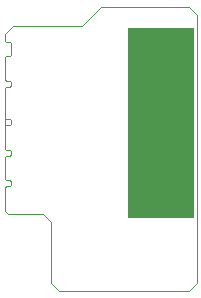
<source format=gbr>
G04 EAGLE Gerber X2 export*
G75*
%MOMM*%
%FSLAX34Y34*%
%LPD*%
%AMOC8*
5,1,8,0,0,1.08239X$1,22.5*%
G01*
%ADD10C,0.000000*%
%ADD11R,5.600000X16.150000*%


D10*
X0Y-36000D02*
X3000Y-39000D01*
X32500Y-39000D01*
X39000Y-45500D01*
X39000Y-97500D01*
X45500Y-104000D01*
X156000Y-104000D01*
X162500Y-97500D01*
X162500Y130000D01*
X156000Y136500D01*
X81500Y136500D01*
X65500Y120500D01*
X7000Y120500D01*
X0Y113500D01*
X0Y107500D01*
X0Y94000D02*
X0Y75000D01*
X1000Y74000D01*
X4000Y74000D01*
X5000Y73000D01*
X5000Y70000D02*
X4000Y69000D01*
X1000Y69000D01*
X0Y68000D01*
X5000Y70000D02*
X5000Y73000D01*
X0Y68000D02*
X0Y42500D01*
X1000Y41500D01*
X4000Y41500D01*
X5000Y40500D01*
X5000Y37500D02*
X4000Y36500D01*
X1000Y36500D01*
X0Y35500D01*
X5000Y37500D02*
X5000Y40500D01*
X0Y42000D02*
X0Y35500D01*
X0Y16500D02*
X1000Y15500D01*
X4000Y15500D01*
X5000Y14500D01*
X5000Y11500D02*
X4000Y10500D01*
X1000Y10500D01*
X0Y9500D01*
X5000Y11500D02*
X5000Y14500D01*
X0Y-16500D02*
X0Y-36000D01*
X0Y-9500D02*
X0Y9500D01*
X0Y16500D02*
X0Y35500D01*
X0Y-9500D02*
X1000Y-10500D01*
X4000Y-10500D02*
X5000Y-11500D01*
X4000Y-10500D02*
X1000Y-10500D01*
X5000Y-11500D02*
X5000Y-14500D01*
X4000Y-15500D01*
X1000Y-15500D01*
X0Y-16500D01*
X1000Y106500D02*
X0Y107500D01*
X1000Y106500D02*
X4000Y106500D01*
X5000Y105500D01*
X5000Y96000D01*
X4000Y95000D01*
X1000Y95000D01*
X0Y94000D01*
D11*
X132000Y38250D03*
M02*

</source>
